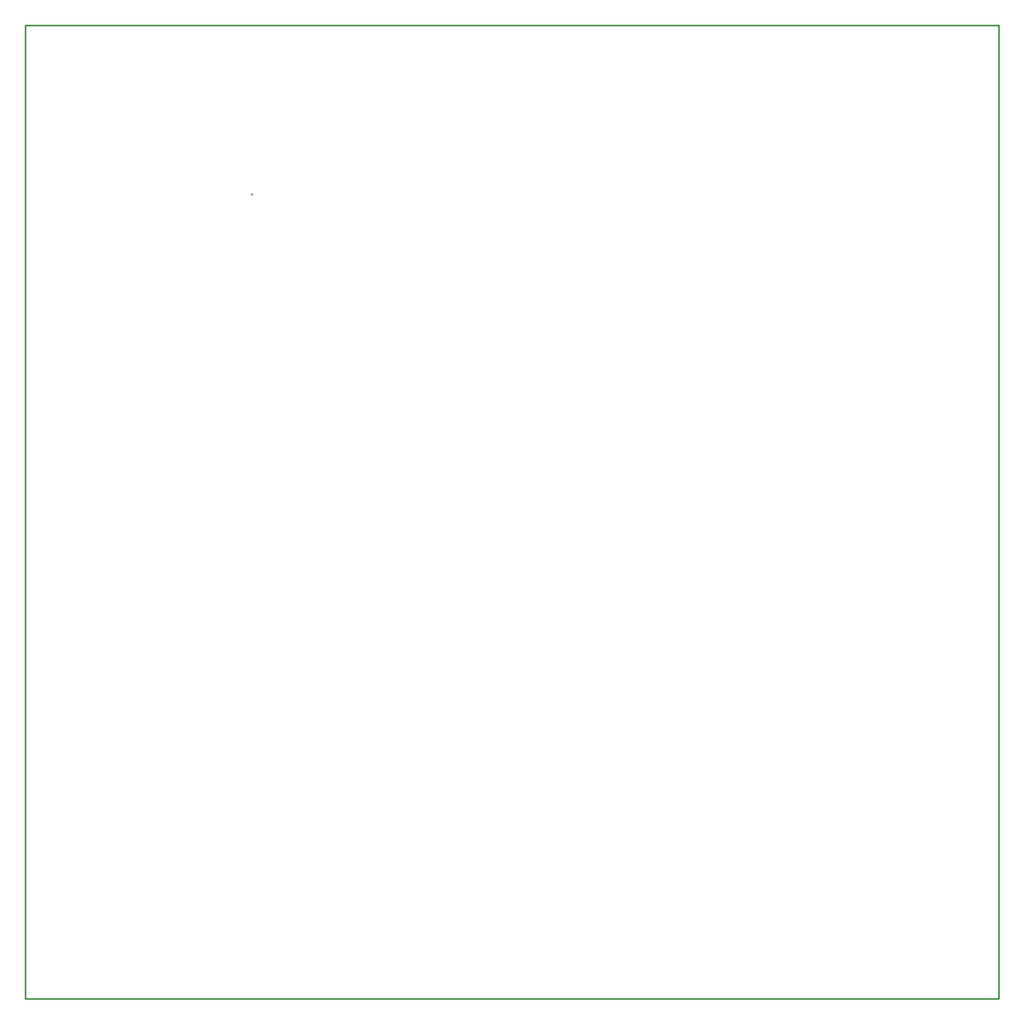
<source format=gm1>
G04*
G04 #@! TF.GenerationSoftware,Altium Limited,Altium Designer,22.3.1 (43)*
G04*
G04 Layer_Color=16711935*
%FSLAX25Y25*%
%MOIN*%
G70*
G04*
G04 #@! TF.SameCoordinates,42F2F30E-D50D-475D-B1A6-53A476FFABF4*
G04*
G04*
G04 #@! TF.FilePolarity,Positive*
G04*
G01*
G75*
%ADD11C,0.01000*%
%ADD18C,0.00394*%
D11*
X-0Y-0D02*
X590500D01*
X-0D02*
Y590500D01*
X590500D01*
Y-0D02*
Y590500D01*
D18*
X136532Y487984D02*
X138106D01*
X137319Y487197D02*
Y488772D01*
M02*

</source>
